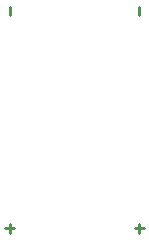
<source format=gbr>
%TF.GenerationSoftware,Altium Limited,Altium Designer,18.1.9 (240)*%
G04 Layer_Color=65535*
%FSLAX45Y45*%
%MOMM*%
%TF.FileFunction,Legend,Top*%
%TF.Part,Single*%
G01*
G75*
%TA.AperFunction,NonConductor*%
%ADD25C,0.25400*%
D25*
X1447500Y2190000D02*
Y2260000D01*
X1407500Y387500D02*
X1447500D01*
X1485000D01*
X1447500Y350000D02*
Y425000D01*
X350000Y2190000D02*
Y2260000D01*
X310000Y387500D02*
X350000D01*
X387500D01*
X350000Y350000D02*
Y425000D01*
%TF.MD5,b4c1b49c85c019385dfd58e06650f5b2*%
M02*

</source>
